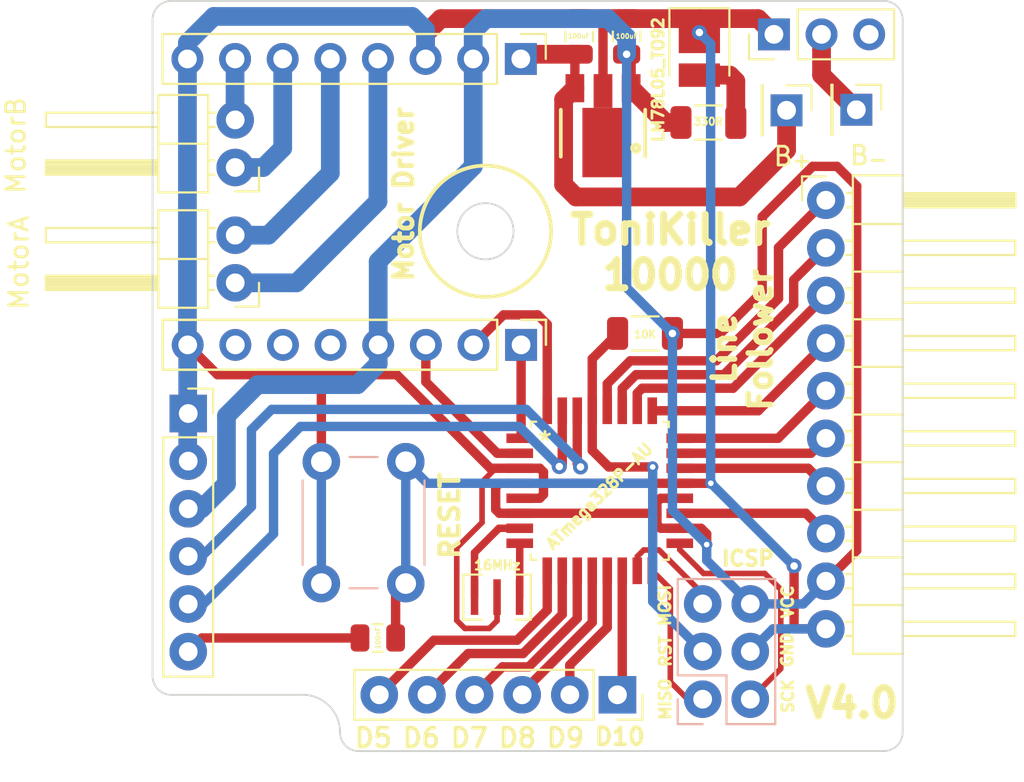
<source format=kicad_pcb>
(kicad_pcb (version 20211014) (generator pcbnew)
  (layers (0 "F.Cu" signal) (31 "B.Cu" signal) (34 "B.Paste" user) (35 "F.Paste" user) (36 "B.SilkS" user "B.Silkscreen") (37 "F.SilkS" user "F.Silkscreen") (38 "B.Mask" user) (39 "F.Mask" user) (44 "Edge.Cuts" user))
  (net 0 "")
  (net 1 "5V")
  (net 2 "Net-(U1-Pad7)")
  (net 3 "TX")
  (net 4 "RX")
  (net 5 "Net-(U1-Pad8)")
  (net 6 "Sensor6")
  (net 7 "Sensor7")
  (net 8 "SCK")
  (net 9 "MISO")
  (net 10 "MOSI")
  (net 11 "RESET")
  (net 12 "Sensor0")
  (net 13 "Sensor1")
  (net 14 "Sensor2")
  (net 15 "Sensor3")
  (net 16 "Sensor4")
  (net 17 "Sensor5")
  (net 18 "+7.5V")
  (net 19 "0V")
  (net 20 "Net-(J3-Pad1)")
  (net 21 "Net-(J3-Pad2)")
  (net 22 "Net-(J4-Pad1)")
  (net 23 "Net-(J4-Pad2)")
  (net 27 "DTR")
  (net 28 "Net-(U1-Pad9)")
  (net 29 "Net-(U1-Pad10)")
  (net 30 "Net-(U1-Pad11)")
  (net 31 "Net-(U1-Pad12)")
  (net 32 "Net-(U1-Pad13)")
  (net 33 "Net-(U1-Pad14)")
  (net 34 "PWMA")
  (net 35 "AIN2")
  (net 36 "AIN1")
  (net 37 "Net-(D1-Pad2)")
  (net 39 "Net-(J9-Pad1)")
  (footprint "Capacitor_SMD:C_0805_2012Metric" (layer "F.Cu") (at 158.31 72.49 90)
    (fp_text reference "C1" hide)
    (fp_text value "100uF" (at 0.02 -0.02) (layer "F.SilkS") (effects (font (size 0.25 0.25))))
    (pad "1" smd roundrect (at -0.95 0 90) (size 1 1.45) (layers "F.Cu" "F.Paste" "F.Mask") (net 18 "+7.5V"))
    (pad "2" smd roundrect (at 0.95 0 90) (size 1 1.45) (layers "F.Cu" "F.Paste" "F.Mask") (net 19 "0V"))
  )
  (footprint "Connector_PinHeader_2.54mm:PinHeader_1x01_P2.54mm_Vertical" (layer "F.Cu") (at 169.37 76.43 -90)
    (fp_text reference "J8" hide)
    (fp_text value "B+")
    (pad "1" thru_hole rect (at 0 0 270) (size 1.7 1.7) (drill 1) (layers F&B.Cu *.Mask) (net 18 "+7.5V"))
  )
  (footprint "LED_SMD:LED_PLCC_2835" (layer "F.Cu") (at 164.72 73.18 -90)
    (fp_text reference "D1" hide)
    (fp_text value "POW")
    (pad "1" smd rect (at -0.9 0 270) (size 2.2 2.2) (layers "F.Cu" "F.Paste" "F.Mask") (net 19 "0V"))
    (pad "2" smd rect (at 1.375 0 270) (size 1.25 2.2) (layers "F.Cu" "F.Paste" "F.Mask") (net 37 "Net-(D1-Pad2)"))
  )
  (footprint "Connector_PinHeader_2.54mm:PinHeader_1x01_P2.54mm_Vertical" (layer "F.Cu") (at 173.09 76.4 -90)
    (fp_text reference "J9" hide)
    (fp_text value "B-")
    (pad "1" thru_hole rect (at 0 0 270) (size 1.7 1.7) (drill 1) (layers *.Cu *.Mask) (net 39 "Net-(J9-Pad1)"))
  )
  (footprint "TQFP32_32A_MCH" (layer "F.Cu") (at 159.4064 96.719999)
    (fp_text reference "U1" hide)
    (fp_text value "ATmega328P-AU " (at 0.1364 0.13 45) (layer "F.SilkS") (effects (font (size 0.6 0.6))))
    (fp_text user "*" (at -2.92 -2.62) (layer "F.SilkS"))
    (pad "1" smd rect (at -4.2672 -2.799999 90) (size 0.508 1.4224) (layers "F.Cu" "F.Paste" "F.Mask") (net 34 "PWMA"))
    (pad "2" smd rect (at -4.2672 -2.000001 90) (size 0.508 1.4224) (layers "F.Cu" "F.Paste" "F.Mask") (net 36 "AIN1"))
    (pad "3" smd rect (at -4.2672 -1.2 90) (size 0.508 1.4224) (layers "F.Cu" "F.Paste" "F.Mask") (net 19 "0V"))
    (pad "4" smd rect (at -4.2672 -0.399999 90) (size 0.508 1.4224) (layers "F.Cu" "F.Paste" "F.Mask") (net 1 "5V"))
    (pad "5" smd rect (at -4.2672 0.399999 90) (size 0.508 1.4224) (layers "F.Cu" "F.Paste" "F.Mask") (net 19 "0V"))
    (pad "6" smd rect (at -4.2672 1.2 90) (size 0.508 1.4224) (layers "F.Cu" "F.Paste" "F.Mask") (net 1 "5V"))
    (pad "7" smd rect (at -4.2672 1.999999 90) (size 0.508 1.4224) (layers "F.Cu" "F.Paste" "F.Mask") (net 2 "Net-(U1-Pad7)"))
    (pad "8" smd rect (at -4.2672 2.799999 90) (size 0.508 1.4224) (layers "F.Cu" "F.Paste" "F.Mask") (net 5 "Net-(U1-Pad8)"))
    (pad "9" smd rect (at -2.799999 4.2672) (size 0.508 1.4224) (layers "F.Cu" "F.Paste" "F.Mask") (net 28 "Net-(U1-Pad9)"))
    (pad "10" smd rect (at -2.000001 4.2672) (size 0.508 1.4224) (layers "F.Cu" "F.Paste" "F.Mask") (net 29 "Net-(U1-Pad10)"))
    (pad "11" smd rect (at -1.2 4.2672) (size 0.508 1.4224) (layers "F.Cu" "F.Paste" "F.Mask") (net 30 "Net-(U1-Pad11)"))
    (pad "12" smd rect (at -0.399999 4.2672) (size 0.508 1.4224) (layers "F.Cu" "F.Paste" "F.Mask") (net 31 "Net-(U1-Pad12)"))
    (pad "13" smd rect (at 0.399999 4.2672) (size 0.508 1.4224) (layers "F.Cu" "F.Paste" "F.Mask") (net 32 "Net-(U1-Pad13)"))
    (pad "14" smd rect (at 1.2 4.2672) (size 0.508 1.4224) (layers "F.Cu" "F.Paste" "F.Mask") (net 33 "Net-(U1-Pad14)"))
    (pad "15" smd rect (at 1.999999 4.2672) (size 0.508 1.4224) (layers "F.Cu" "F.Paste" "F.Mask") (net 10 "MOSI"))
    (pad "16" smd rect (at 2.799999 4.2672) (size 0.508 1.4224) (layers "F.Cu" "F.Paste" "F.Mask") (net 9 "MISO"))
    (pad "17" smd rect (at 4.2672 2.799999 90) (size 0.508 1.4224) (layers "F.Cu" "F.Paste" "F.Mask") (net 8 "SCK"))
    (pad "18" smd rect (at 4.2672 2.000001 90) (size 0.508 1.4224) (layers "F.Cu" "F.Paste" "F.Mask") (net 1 "5V"))
    (pad "19" smd rect (at 4.2672 1.2 90) (size 0.508 1.4224) (layers "F.Cu" "F.Paste" "F.Mask") (net 6 "Sensor6"))
    (pad "20" smd rect (at 4.2672 0.399999 90) (size 0.508 1.4224) (layers "F.Cu" "F.Paste" "F.Mask") (net 1 "5V"))
    (pad "21" smd rect (at 4.2672 -0.399999 90) (size 0.508 1.4224) (layers "F.Cu" "F.Paste" "F.Mask") (net 19 "0V"))
    (pad "22" smd rect (at 4.2672 -1.2 90) (size 0.508 1.4224) (layers "F.Cu" "F.Paste" "F.Mask") (net 7 "Sensor7"))
    (pad "23" smd rect (at 4.2672 -1.999999 90) (size 0.508 1.4224) (layers "F.Cu" "F.Paste" "F.Mask") (net 12 "Sensor0"))
    (pad "24" smd rect (at 4.2672 -2.799999 90) (size 0.508 1.4224) (layers "F.Cu" "F.Paste" "F.Mask") (net 13 "Sensor1"))
    (pad "25" smd rect (at 2.799999 -4.2672) (size 0.508 1.4224) (layers "F.Cu" "F.Paste" "F.Mask") (net 14 "Sensor2"))
    (pad "26" smd rect (at 2.000001 -4.2672) (size 0.508 1.4224) (layers "F.Cu" "F.Paste" "F.Mask") (net 15 "Sensor3"))
    (pad "27" smd rect (at 1.2 -4.2672) (size 0.508 1.4224) (layers "F.Cu" "F.Paste" "F.Mask") (net 16 "Sensor4"))
    (pad "28" smd rect (at 0.399999 -4.2672) (size 0.508 1.4224) (layers "F.Cu" "F.Paste" "F.Mask") (net 17 "Sensor5"))
    (pad "29" smd rect (at -0.399999 -4.2672) (size 0.508 1.4224) (layers "F.Cu" "F.Paste" "F.Mask") (net 11 "RESET"))
    (pad "30" smd rect (at -1.2 -4.2672) (size 0.508 1.4224) (layers "F.Cu" "F.Paste" "F.Mask") (net 3 "TX"))
    (pad "31" smd rect (at -1.999999 -4.2672) (size 0.508 1.4224) (layers "F.Cu" "F.Paste" "F.Mask") (net 4 "RX"))
    (pad "32" smd rect (at -2.799999 -4.2672) (size 0.508 1.4224) (layers "F.Cu" "F.Paste" "F.Mask") (net 35 "AIN2"))
  )
  (footprint "Connector_PinHeader_2.54mm:PinHeader_1x10_P2.54mm_Horizontal" (layer "F.Cu") (at 171.465 81.225)
    (fp_text reference "J5" hide)
    (fp_text value "Conn_01x10")
    (pad "1" thru_hole oval (at 0 0) (size 2 2) (drill 1) (layers F&B.Cu *.Mask) (net 17 "Sensor5"))
    (pad "2" thru_hole oval (at 0 2.54) (size 2 2) (drill 1) (layers F&B.Cu *.Mask) (net 16 "Sensor4"))
    (pad "3" thru_hole oval (at 0 5.08) (size 2 2) (drill 1) (layers F&B.Cu *.Mask) (net 15 "Sensor3"))
    (pad "4" thru_hole oval (at 0 7.62) (size 2 2) (drill 1) (layers F&B.Cu *.Mask) (net 14 "Sensor2"))
    (pad "5" thru_hole oval (at 0 10.16) (size 2 2) (drill 1) (layers F&B.Cu *.Mask) (net 13 "Sensor1"))
    (pad "6" thru_hole oval (at 0 12.7) (size 2 2) (drill 1) (layers F&B.Cu *.Mask) (net 12 "Sensor0"))
    (pad "7" thru_hole oval (at 0 15.24) (size 2 2) (drill 1) (layers F&B.Cu *.Mask) (net 7 "Sensor7"))
    (pad "8" thru_hole oval (at 0 17.78) (size 2 2) (drill 1) (layers F&B.Cu *.Mask) (net 6 "Sensor6"))
    (pad "9" thru_hole oval (at 0 20.32) (size 2 2) (drill 1) (layers F&B.Cu *.Mask) (net 1 "5V"))
    (pad "10" thru_hole oval (at 0 22.86) (size 2 2) (drill 1) (layers F&B.Cu *.Mask) (net 19 "0V"))
  )
  (footprint "Connector_PinHeader_2.54mm:PinHeader_1x02_P2.54mm_Horizontal" (layer "F.Cu") (at 139.965 79.48 180)
    (fp_text reference "J4" hide)
    (fp_text value "MotorB" (at 11.695 1.175 90) (layer "F.SilkS"))
    (pad "1" thru_hole oval (at 0 0 180) (size 2 2) (drill 1) (layers F&B.Cu *.Mask) (net 22 "Net-(J4-Pad1)"))
    (pad "2" thru_hole oval (at 0 2.54 180) (size 2 2) (drill 1) (layers F&B.Cu *.Mask) (net 23 "Net-(J4-Pad2)"))
  )
  (footprint "Resistor_SMD:R_1206_3216Metric" (layer "F.Cu") (at 165.2 77.08 180)
    (fp_text reference "R2" hide)
    (fp_text value "330R" (at 0 0.05) (layer "F.SilkS") (effects (font (size 0.4 0.4) (thickness 0.1))))
    (pad "1" smd roundrect (at -1.4625 0 180) (size 1.125 1.75) (layers "F.Cu" "F.Paste" "F.Mask") (roundrect_rratio 0.222222) (net 37 "Net-(D1-Pad2)"))
    (pad "2" smd roundrect (at 1.4625 0 180) (size 1.125 1.75) (layers "F.Cu" "F.Paste" "F.Mask") (roundrect_rratio 0.222222) (net 1 "5V"))
  )
  (footprint "Connector_PinSocket_2.54mm:PinSocket_1x06_P2.54mm_Vertical" (layer "F.Cu") (at 137.46 92.6)
    (fp_text reference "J1" hide)
    (fp_text value "Conn_01x06_MountingPin")
    (pad "1" thru_hole rect (at 0 0) (size 2 2) (drill 1) (layers F&B.Cu *.Mask) (net 19 "0V"))
    (pad "2" thru_hole oval (at 0 2.54) (size 2 2) (drill 1) (layers F&B.Cu *.Mask) (net 19 "0V"))
    (pad "3" thru_hole oval (at 0 5.08) (size 2 2) (drill 1) (layers F&B.Cu *.Mask) (net 1 "5V"))
    (pad "4" thru_hole oval (at 0 7.62) (size 2 2) (drill 1) (layers F&B.Cu *.Mask) (net 3 "TX"))
    (pad "5" thru_hole oval (at 0 10.16) (size 2 2) (drill 1) (layers F&B.Cu *.Mask) (net 4 "RX"))
    (pad "6" thru_hole oval (at 0 12.7) (size 2 2) (drill 1) (layers F&B.Cu *.Mask) (net 27 "DTR"))
  )
  (footprint "Connector_PinHeader_2.54mm:PinHeader_1x02_P2.54mm_Horizontal" (layer "F.Cu") (at 139.965 85.63 180)
    (fp_text reference "J3" hide)
    (fp_text value "MotorA" (at 11.535 1.075 90) (layer "F.SilkS"))
    (pad "1" thru_hole oval (at 0 0 180) (size 2 2) (drill 1) (layers F&B.Cu *.Mask) (net 20 "Net-(J3-Pad1)"))
    (pad "2" thru_hole oval (at 0 2.54 180) (size 2 2) (drill 1) (layers F&B.Cu *.Mask) (net 21 "Net-(J3-Pad2)"))
  )
  (footprint "Connector_PinSocket_2.54mm:PinSocket_1x06_P2.54mm_Vertical" (layer "F.Cu") (at 160.35 107.6 -90)
    (fp_text reference "J6" hide)
    (fp_text value "Digital PINS")
    (pad "1" thru_hole rect (at 0 0 270) (size 2 2) (drill 1) (layers F&B.Cu *.Mask) (net 33 "Net-(U1-Pad14)"))
    (pad "2" thru_hole oval (at 0 2.54 270) (size 2 2) (drill 1) (layers F&B.Cu *.Mask) (net 32 "Net-(U1-Pad13)"))
    (pad "3" thru_hole oval (at 0 5.08 270) (size 2 2) (drill 1) (layers F&B.Cu *.Mask) (net 31 "Net-(U1-Pad12)"))
    (pad "4" thru_hole oval (at 0 7.62 270) (size 2 2) (drill 1) (layers F&B.Cu *.Mask) (net 30 "Net-(U1-Pad11)"))
    (pad "5" thru_hole oval (at 0 10.16 270) (size 2 2) (drill 1) (layers F&B.Cu *.Mask) (net 29 "Net-(U1-Pad10)"))
    (pad "6" thru_hole oval (at 0 12.7 270) (size 2 2) (drill 1) (layers F&B.Cu *.Mask) (net 28 "Net-(U1-Pad9)"))
  )
  (footprint "Capacitor_SMD:C_0805_2012Metric" (layer "F.Cu") (at 160.84 72.49 90)
    (fp_text reference "C2" hide)
    (fp_text value "100uF" (at 0.01 0.01) (layer "F.SilkS") (effects (font (size 0.25 0.25))))
    (pad "1" smd roundrect (at -0.95 0 90) (size 1 1.45) (layers "F.Cu" "F.Paste" "F.Mask") (net 1 "5V"))
    (pad "2" smd roundrect (at 0.95 0 90) (size 1 1.45) (layers "F.Cu" "F.Paste" "F.Mask") (net 19 "0V"))
  )
  (footprint "78L05:PK(R-PSSO-F3)" (layer "F.Cu") (at 159.58 78.9 180)
    (fp_text reference "U2" hide)
    (fp_text value "LM78L05_TO92" (at -2.94 4.1 90) (layer "F.SilkS") (effects (font (size 0.6 0.6))))
    (pad "1" smd rect (at -1.5 3.65 180) (size 1 1.5) (layers "F.Cu" "F.Paste" "F.Mask") (net 1 "5V"))
    (pad "2" smd rect (at 0 3.5 180) (size 1 1.8) (layers "F.Cu" "F.Paste" "F.Mask") (net 19 "0V"))
    (pad "2" smd rect (at 0 0.75 180) (size 2.2 3.7) (layers "F.Cu" "F.Paste" "F.Mask") (net 19 "0V"))
    (pad "3" smd rect (at 1.5 3.65 180) (size 1 1.5) (layers "F.Cu" "F.Paste" "F.Mask") (net 18 "+7.5V"))
  )
  (footprint "Connector_PinHeader_2.54mm:MotorDriver111" (layer "F.Cu") (at 148.0775 81.905 -90)
    (fp_text reference "U3" hide)
    (fp_text value "Motor Driver" (at -1.005 -0.875 90 unlocked) (layer "F.SilkS") (effects (font (thickness 0.25))))
    (pad "1" thru_hole rect (at -8.215 -7.12 270) (size 1.7 1.7) (drill 1) (layers F&B.Cu *.Mask) (net 18 "+7.5V"))
    (pad "2" thru_hole oval (at -8.215 -4.58 270) (size 1.7 1.7) (drill 1) (layers F&B.Cu *.Mask) (net 1 "5V"))
    (pad "3" thru_hole oval (at -8.215 -2.04 270) (size 1.7 1.7) (drill 1) (layers F&B.Cu *.Mask) (net 19 "0V"))
    (pad "4" thru_hole oval (at -8.215 0.5 270) (size 1.7 1.7) (drill 1) (layers F&B.Cu *.Mask) (net 20 "Net-(J3-Pad1)"))
    (pad "5" thru_hole oval (at -8.215 3.04 270) (size 1.7 1.7) (drill 1) (layers F&B.Cu *.Mask) (net 21 "Net-(J3-Pad2)"))
    (pad "6" thru_hole oval (at -8.215 5.58 270) (size 1.7 1.7) (drill 1) (layers F&B.Cu *.Mask) (net 22 "Net-(J4-Pad1)"))
    (pad "7" thru_hole oval (at -8.215 8.12 270) (size 1.7 1.7) (drill 1) (layers F&B.Cu *.Mask) (net 23 "Net-(J4-Pad2)"))
    (pad "8" thru_hole oval (at -8.215 10.66 270) (size 1.7 1.7) (drill 1) (layers F&B.Cu *.Mask) (net 19 "0V"))
    (pad "9" thru_hole oval (at 7.035 10.645 270) (size 1.7 1.7) (drill 1) (layers *.Cu *.Mask) (net 19 "0V"))
    (pad "10" thru_hole oval (at 7.035 8.105 270) (size 1.7 1.7) (drill 1) (layers *.Cu *.Mask))
    (pad "11" thru_hole oval (at 7.035 5.565 270) (size 1.7 1.7) (drill 1) (layers *.Cu *.Mask))
    (pad "12" thru_hole oval (at 7.035 3.025 270) (size 1.7 1.7) (drill 1) (layers *.Cu *.Mask))
    (pad "13" thru_hole oval (at 7.035 0.485 270) (size 1.7 1.7) (drill 1) (layers *.Cu *.Mask) (net 1 "5V"))
    (pad "14" thru_hole oval (at 7.035 -2.055 270) (size 1.7 1.7) (drill 1) (layers *.Cu *.Mask) (net 36 "AIN1"))
    (pad "15" thru_hole oval (at 7.035 -4.595 270) (size 1.7 1.7) (drill 1) (layers *.Cu *.Mask) (net 35 "AIN2"))
    (pad "16" thru_hole rect (at 7.035 -7.135 270) (size 1.7 1.7) (drill 1) (layers *.Cu *.Mask) (net 34 "PWMA"))
  )
  (footprint "Crystal:Resonator_SMD_Murata_CSTxExxV-3Pin_3.0x1.1mm" (layer "F.Cu") (at 153.93 102.39)
    (fp_text reference "Y1" hide)
    (fp_text value "16MHz" (at 0.01 -1.7 180) (layer "F.SilkS") (effects (font (size 0.5 0.5) (thickness 0.125))))
    (pad "1" smd rect (at -1.2 0) (size 0.4 1.9) (layers "F.Cu" "F.Paste" "F.Mask") (net 2 "Net-(U1-Pad7)"))
    (pad "2" smd rect (at 0 0) (size 0.4 1.9) (layers "F.Cu" "F.Paste" "F.Mask") (net 19 "0V"))
    (pad "3" smd rect (at 1.2 0) (size 0.4 1.9) (layers "F.Cu" "F.Paste" "F.Mask") (net 5 "Net-(U1-Pad8)"))
  )
  (footprint "Connector_PinHeader_2.54mm:PinHeader_1x03_P2.54mm_Vertical" (layer "F.Cu") (at 168.695 72.38 90)
    (fp_text reference "SW2" hide)
    (fp_text value "POW")
    (pad "1" thru_hole rect (at 0 0 90) (size 1.7 1.7) (drill 1) (layers *.Cu *.Mask) (net 19 "0V"))
    (pad "2" thru_hole oval (at 0 2.54 90) (size 1.7 1.7) (drill 1) (layers *.Cu *.Mask) (net 39 "Net-(J9-Pad1)"))
    (pad "3" thru_hole oval (at 0 5.08 90) (size 1.7 1.7) (drill 1) (layers *.Cu *.Mask))
  )
  (footprint "Resistor_SMD:R_1206_3216Metric" (layer "F.Cu") (at 161.82 88.33)
    (fp_text reference "R1" hide)
    (fp_text value "10K" (at 0 0.05) (layer "F.SilkS") (effects (font (size 0.4 0.4) (thickness 0.1))))
    (pad "1" smd roundrect (at -1.4625 0) (size 1.125 1.75) (layers "F.Cu" "F.Paste" "F.Mask") (roundrect_rratio 0.222222) (net 11 "RESET"))
    (pad "2" smd roundrect (at 1.4625 0) (size 1.125 1.75) (layers "F.Cu" "F.Paste" "F.Mask") (roundrect_rratio 0.222222) (net 1 "5V"))
  )
  (footprint "Capacitor_SMD:C_0805_2012Metric" (layer "F.Cu") (at 147.57 104.57)
    (fp_text reference "C3" hide)
    (fp_text value "100nF" (at 0.01 0.01 90) (layer "F.SilkS") (effects (font (size 0.25 0.25))))
    (pad "1" smd roundrect (at -0.95 0) (size 1 1.45) (layers "F.Cu" "F.Paste" "F.Mask") (net 27 "DTR"))
    (pad "2" smd roundrect (at 0.95 0) (size 1 1.45) (layers "F.Cu" "F.Paste" "F.Mask") (net 11 "RESET"))
  )
  (footprint "Connector_PinHeader_2.54mm:PinHeader_2x03_P2.54mm_Vertical" (layer "B.Cu") (at 164.895 107.835)
    (fp_text reference "J2" hide)
    (fp_text value "ICSP" (at 2.415 -7.505) (layer "F.SilkS") (effects (font (size 0.8 0.8) (thickness 0.2))))
    (pad "1" thru_hole oval (at 0 0) (size 2 2) (drill 1) (layers F&B.Cu *.Mask) (net 9 "MISO"))
    (pad "2" thru_hole oval (at 2.54 0) (size 2 2) (drill 1) (layers F&B.Cu *.Mask) (net 8 "SCK"))
    (pad "3" thru_hole oval (at 0 -2.54) (size 2 2) (drill 1) (layers F&B.Cu *.Mask) (net 11 "RESET"))
    (pad "4" thru_hole oval (at 2.54 -2.54) (size 2 2) (drill 1) (layers F&B.Cu *.Mask) (net 19 "0V"))
    (pad "5" thru_hole oval (at 0 -5.08) (size 2 2) (drill 1) (layers F&B.Cu *.Mask) (net 10 "MOSI"))
    (pad "6" thru_hole oval (at 2.54 -5.08) (size 2 2) (drill 1) (layers F&B.Cu *.Mask) (net 1 "5V"))
  )
  (footprint "Button_Switch_THT:SW_PUSH_6mm" (layer "B.Cu") (at 144.56 95.17 -90)
    (fp_text reference "SW1" hide)
    (fp_text value "RESET" (at 2.88 -6.85 90) (layer "F.SilkS") (effects (font (thickness 0.25))))
    (pad "1" thru_hole circle (at 6.5 0 180) (size 2 2) (drill 1.1) (layers *.Cu *.Mask) (net 19 "0V"))
    (pad "1" thru_hole circle (at 0 0 180) (size 2 2) (drill 1.1) (layers *.Cu *.Mask) (net 19 "0V"))
    (pad "2" thru_hole circle (at 0 -4.5 180) (size 2 2) (drill 1.1) (layers *.Cu *.Mask) (net 11 "RESET"))
    (pad "2" thru_hole circle (at 6.5 -4.5 180) (size 2 2) (drill 1.1) (layers *.Cu *.Mask) (net 11 "RESET"))
  )
  (gr_circle (center 153.31 82.88) (end 156.81 82.88) (layer "F.SilkS") (width 0.2) (fill none))
  (gr_arc (start 146.557107 110.602893) (mid 145.85 110.31) (end 145.557107 109.602893) (layer "Edge.Cuts") (width 0.1))
  (gr_line (start 174.562893 70.597107) (end 136.557107 70.597107) (layer "Edge.Cuts") (width 0.1))
  (gr_arc (start 175.56 109.6) (mid 175.267107 110.307107) (end 174.56 110.6) (layer "Edge.Cuts") (width 0.1))
  (gr_line (start 146.557107 110.602893) (end 174.56 110.6) (layer "Edge.Cuts") (width 0.1))
  (gr_line (start 175.56 109.6) (end 175.562893 71.597107) (layer "Edge.Cuts") (width 0.1))
  (gr_arc (start 143.557105 107.6) (mid 144.971495 108.187655) (end 145.557107 109.602893) (layer "Edge.Cuts") (width 0.1))
  (gr_circle (center 153.31 82.88) (end 154.81 82.88) (layer "Edge.Cuts") (width 0.1) (fill none))
  (gr_line (start 136.557107 107.602893) (end 143.557105 107.6) (layer "Edge.Cuts") (width 0.1))
  (gr_arc (start 136.557107 107.602893) (mid 135.85 107.31) (end 135.557107 106.602893) (layer "Edge.Cuts") (width 0.1))
  (gr_arc (start 135.557107 71.597107) (mid 135.85 70.89) (end 136.557107 70.597107) (layer "Edge.Cuts") (width 0.1))
  (gr_line (start 135.557107 71.597107) (end 135.557107 106.602893) (layer "Edge.Cuts") (width 0.1))
  (gr_arc (start 174.562893 70.597107) (mid 175.27 70.89) (end 175.562893 71.597107) (layer "Edge.Cuts") (width 0.1))
  (gr_text "B_{-}" (at 173.75 78.84) (layer "F.SilkS") (effects (font (size 1 1))))
  (gr_text "ToniKiller\n10000\n" (at 163.17 84.01) (layer "F.SilkS") (effects (font (size 1.5 1.5) (thickness 0.375))))
  (gr_text "MISO\n" (at 162.9 107.83 90) (layer "F.SilkS") (effects (font (size 0.6 0.6))))
  (gr_text "RST" (at 162.91 105.28 90) (layer "F.SilkS") (effects (font (size 0.6 0.6))))
  (gr_text "V4.0" (at 172.85 108.05) (layer "F.SilkS") (effects (font (size 1.5 1.5) (thickness 0.375))))
  (gr_text "SCK" (at 169.44 107.67 90) (layer "F.SilkS") (effects (font (size 0.6 0.6))))
  (gr_text "D8" (at 155.018427 109.903) (layer "F.SilkS") (effects (font (size 1 1) (thickness 0.2))))
  (gr_text "D6" (at 149.892809 109.903) (layer "F.SilkS") (effects (font (size 1 1) (thickness 0.2))))
  (gr_text "B_{+}" (at 169.68 78.89) (layer "F.SilkS") (effects (font (size 1 1))))
  (gr_text "Line \nFollower" (at 167.02 88.66 90) (layer "F.SilkS") (effects (font (size 1.2 1.2) (thickness 0.3))))
  (gr_text "MOSI\n" (at 162.88 102.83 90) (layer "F.SilkS") (effects (font (size 0.6 0.6))))
  (gr_text "D9\n" (at 157.581236 109.903) (layer "F.SilkS") (effects (font (size 1 1) (thickness 0.2))))
  (gr_text "D10" (at 160.48 109.83) (layer "F.SilkS") (effects (font (size 0.9 0.9) (thickness 0.21))))
  (gr_text "GND" (at 169.41 105.2 90) (layer "F.SilkS") (effects (font (size 0.6 0.6))))
  (gr_text "D5" (at 147.33 109.903) (layer "F.SilkS") (effects (font (size 1 1) (thickness 0.2))))
  (gr_text "VCC" (at 169.43 102.64 90) (layer "F.SilkS") (effects (font (size 0.6 0.6))))
  (gr_text "D7\n" (at 152.455618 109.903) (layer "F.SilkS") (effects (font (size 1 1) (thickness 0.2))))
  (segment (start 173.11 80.47) (end 172.06 79.42) (width 0.5) (layer "F.Cu") (net 1))
  (segment (start 173.11 99.9) (end 173.11 80.47) (width 0.5) (layer "F.Cu") (net 1))
  (segment (start 155.1392 97.919999) (end 162.4064 97.919999) (width 0.5) (layer "F.Cu") (net 1))
  (segment (start 154.056399 96.32) (end 155.1236 96.32) (width 0.5) (layer "F.Cu") (net 1))
  (segment (start 162.4564 98.519999) (end 162.4564 97.969999) (width 0.5) (layer "F.Cu") (net 1))
  (segment (start 161.08 75.25) (end 161.08 73.68) (width 0.5) (layer "F.Cu") (net 1))
  (segment (start 162.4064 97.919999) (end 162.4564 97.969999) (width 0.5) (layer "F.Cu") (net 1))
  (segment (start 155.1236 97.919999) (end 154.0564 97.919999) (width 0.5) (layer "F.Cu") (net 1))
  (segment (start 163.7236 98.719999) (end 162.6564 98.719999) (width 0.5) (layer "F.Cu") (net 1))
  (segment (start 153.8564 97.719999) (end 153.8564 96.519999) (width 0.5) (layer "F.Cu") (net 1))
  (segment (start 162.91 77.08) (end 161.08 75.25) (width 1) (layer "F.Cu") (net 1))
  (segment (start 172.06 79.42) (end 170.76 79.42) (width 0.5) (layer "F.Cu") (net 1))
  (segment (start 170.76 79.42) (end 168.07 82.11) (width 0.5) (layer "F.Cu") (net 1))
  (segment (start 171.465 101.545) (end 173.11 99.9) (width 0.5) (layer "F.Cu") (net 1))
  (segment (start 163.7375 77.08) (end 162.91 77.08) (width 1) (layer "F.Cu") (net 1))
  (segment (start 162.656399 97.12) (end 163.7236 97.12) (width 0.5) (layer "F.Cu") (net 1))
  (segment (start 163.6736 98.72) (end 164.81 98.72) (width 0.5) (layer "F.Cu") (net 1))
  (segment (start 153.8564 96.519999) (end 154.056399 96.32) (width 0.5) (layer "F.Cu") (net 1))
  (segment (start 154.0564 97.919999) (end 153.8564 97.719999) (width 0.5) (layer "F.Cu") (net 1))
  (segment (start 168.07 86.1) (end 165.84 88.33) (width 0.5) (layer "F.Cu") (net 1))
  (segment (start 162.4564 97.319999) (end 162.656399 97.12) (width 0.5) (layer "F.Cu") (net 1))
  (segment (start 162.4564 97.969999) (end 162.4564 97.319999) (width 0.5) (layer "F.Cu") (net 1))
  (segment (start 162.6564 98.719999) (end 162.4564 98.519999) (width 0.5) (layer "F.Cu") (net 1))
  (segment (start 164.81 98.72) (end 165.11 99.02) (width 0.5) (layer "F.Cu") (net 1))
  (segment (start 165.11 99.02) (end 165.11 99.59) (width 0.5) (layer "F.Cu") (net 1))
  (segment (start 168.07 82.11) (end 168.07 86.1) (width 0.5) (layer "F.Cu") (net 1))
  (segment (start 161.08 73.68) (end 160.84 73.44) (width 0.5) (layer "F.Cu") (net 1))
  (segment (start 165.84 88.33) (end 163.2825 88.33) (width 0.5) (layer "F.Cu") (net 1))
  (via (at 160.84 73.44) (size 0.8) (drill 0.4) (layers "F.Cu" "B.Cu") (net 1))
  (via (at 165.11 99.59) (size 0.6) (drill 0.3) (layers "F.Cu" "B.Cu") (net 1))
  (via (at 163.2825 88.33) (size 0.8) (drill 0.4) (layers "F.Cu" "B.Cu") (net 1))
  (segment (start 160.84 85.8875) (end 163.2825 88.33) (width 0.5) (layer "B.Cu") (net 1))
  (segment (start 139.5 92.72) (end 141.16 91.06) (width 1) (layer "B.Cu") (net 1))
  (segment (start 139.5 96.35) (end 139.5 92.72) (width 1) (layer "B.Cu") (net 1))
  (segment (start 152.6575 79.4225) (end 147.5925 84.4875) (width 1) (layer "B.Cu") (net 1))
  (segment (start 165.11 99.59) (end 165.11 100.43) (width 0.5) (layer "B.Cu") (net 1))
  (segment (start 163.2825 97.7625) (end 163.2825 88.33) (width 0.5) (layer "B.Cu") (net 1))
  (segment (start 153.34 71.54) (end 159.84 71.54) (width 1) (layer "B.Cu") (net 1))
  (segment (start 167.435 102.755) (end 170.255 102.755) (width 0.5) (layer "B.Cu") (net 1))
  (segment (start 152.6575 72.2225) (end 153.34 71.54) (width 1) (layer "B.Cu") (net 1))
  (segment (start 147.5925 84.4875) (end 147.5925 88.94) (width 1) (layer "B.Cu") (net 1))
  (segment (start 147.5925 89.9575) (end 147.5925 88.94) (width 1) (layer "B.Cu") (net 1))
  (segment (start 165.11 100.43) (end 167.435 102.755) (width 0.5) (layer "B.Cu") (net 1))
  (segment (start 165.11 99.59) (end 163.2825 97.7625) (width 0.5) (layer "B.Cu") (net 1))
  (segment (start 138.17 97.68) (end 139.5 96.35) (width 1) (layer "B.Cu") (net 1))
  (segment (start 160.84 72.54) (end 160.84 73.44) (width 1) (layer "B.Cu") (net 1))
  (segment (start 170.255 102.755) (end 171.465 101.545) (width 0.5) (layer "B.Cu") (net 1))
  (segment (start 159.84 71.54) (end 160.84 72.54) (width 1) (layer "B.Cu") (net 1))
  (segment (start 137.46 97.68) (end 138.17 97.68) (width 1) (layer "B.Cu") (net 1))
  (segment (start 152.6575 73.69) (end 152.6575 72.2225) (width 1) (layer "B.Cu") (net 1))
  (segment (start 141.16 91.06) (end 146.49 91.06) (width 1) (layer "B.Cu") (net 1))
  (segment (start 160.84 73.44) (end 160.84 85.8875) (width 0.5) (layer "B.Cu") (net 1))
  (segment (start 152.6575 73.69) (end 152.6575 79.4225) (width 1) (layer "B.Cu") (net 1))
  (segment (start 146.49 91.06) (end 147.5925 89.9575) (width 1) (layer "B.Cu") (net 1))
  (segment (start 154.030002 98.719998) (end 155.1392 98.719998) (width 0.4) (layer "F.Cu") (net 2))
  (segment (start 152.73 102.39) (end 152.73 100.02) (width 0.4) (layer "F.Cu") (net 2))
  (segment (start 152.73 100.02) (end 154.030002 98.719998) (width 0.4) (layer "F.Cu") (net 2))
  (segment (start 158.2064 95.2764) (end 158.38 95.45) (width 0.5) (layer "F.Cu") (net 3))
  (segment (start 158.2064 92.452799) (end 158.2064 95.2764) (width 0.5) (layer "F.Cu") (net 3))
  (via (at 158.38 95.45) (size 0.8) (drill 0.4) (layers "F.Cu" "B.Cu") (net 3))
  (segment (start 140.83 93.46) (end 141.91 92.38) (width 0.5) (layer "B.Cu") (net 3))
  (segment (start 155.49 92.38) (end 158.38 95.27) (width 0.5) (layer "B.Cu") (net 3))
  (segment (start 158.38 95.27) (end 158.38 95.45) (width 0.5) (layer "B.Cu") (net 3))
  (segment (start 137.46 100.22) (end 138.18 100.22) (width 0.5) (layer "B.Cu") (net 3))
  (segment (start 140.83 97.57) (end 140.83 93.46) (width 0.5) (layer "B.Cu") (net 3))
  (segment (start 141.91 92.38) (end 155.49 92.38) (width 0.5) (layer "B.Cu") (net 3))
  (segment (start 138.18 100.22) (end 140.83 97.57) (width 0.5) (layer "B.Cu") (net 3))
  (segment (start 157.406401 95.273599) (end 157.25 95.43) (width 0.5) (layer "F.Cu") (net 4))
  (segment (start 157.406401 92.452799) (end 157.406401 95.273599) (width 0.5) (layer "F.Cu") (net 4))
  (via (at 157.25 95.43) (size 0.8) (drill 0.4) (layers "F.Cu" "B.Cu") (net 4))
  (segment (start 137.46 102.76) (end 138.27 102.76) (width 0.5) (layer "B.Cu") (net 4))
  (segment (start 143.45 93.29) (end 155.11 93.29) (width 0.5) (layer "B.Cu") (net 4))
  (segment (start 142.01 99.02) (end 142.01 94.73) (width 0.5) (layer "B.Cu") (net 4))
  (segment (start 155.11 93.29) (end 157.25 95.43) (width 0.5) (layer "B.Cu") (net 4))
  (segment (start 142.01 94.73) (end 143.45 93.29) (width 0.5) (layer "B.Cu") (net 4))
  (segment (start 138.27 102.76) (end 142.01 99.02) (width 0.5) (layer "B.Cu") (net 4))
  (segment (start 155.1392 102.3808) (end 155.1392 99.519998) (width 0.4) (layer "F.Cu") (net 5))
  (segment (start 163.6736 97.919999) (end 170.399999 97.919999) (width 0.5) (layer "F.Cu") (net 6))
  (segment (start 170.399999 97.919999) (end 171.465 98.985) (width 0.5) (layer "F.Cu") (net 6))
  (segment (start 171.465 98.985) (end 171.465 99.005) (width 0.5) (layer "F.Cu") (net 6))
  (segment (start 163.6736 95.519999) (end 170.519999 95.519999) (width 0.5) (layer "F.Cu") (net 7))
  (segment (start 170.519999 95.519999) (end 171.465 96.465) (width 0.5) (layer "F.Cu") (net 7))
  (segment (start 163.6736 99.519998) (end 163.6736 99.8636) (width 0.3) (layer "F.Cu") (net 8))
  (segment (start 169.06 106.21) (end 167.435 107.835) (width 0.3) (layer "F.Cu") (net 8))
  (segment (start 164.94 101.13) (end 168.21 101.13) (width 0.3) (layer "F.Cu") (net 8))
  (segment (start 169.06 101.98) (end 169.06 106.21) (width 0.3) (layer "F.Cu") (net 8))
  (segment (start 163.6736 99.8636) (end 164.94 101.13) (width 0.3) (layer "F.Cu") (net 8))
  (segment (start 168.21 101.13) (end 169.06 101.98) (width 0.3) (layer "F.Cu") (net 8))
  (segment (start 163.17 106.91) (end 164.095 107.835) (width 0.3) (layer "F.Cu") (net 9))
  (segment (start 164.095 107.835) (end 164.895 107.835) (width 0.3) (layer "F.Cu") (net 9))
  (segment (start 162.206399 100.987199) (end 163.17 101.9508) (width 0.3) (layer "F.Cu") (net 9))
  (segment (start 163.17 101.9508) (end 163.17 106.91) (width 0.3) (layer "F.Cu") (net 9))
  (segment (start 161.406399 100.987199) (end 161.406399 100.223601) (width 0.3) (layer "F.Cu") (net 10))
  (segment (start 164.895 102.205) (end 164.895 102.755) (width 0.3) (layer "F.Cu") (net 10))
  (segment (start 162.57 99.88) (end 164.895 102.205) (width 0.3) (layer "F.Cu") (net 10))
  (segment (start 161.406399 100.223601) (end 161.75 99.88) (width 0.3) (layer "F.Cu") (net 10))
  (segment (start 161.75 99.88) (end 162.57 99.88) (width 0.3) (layer "F.Cu") (net 10))
  (segment (start 159.006401 92.452799) (end 159.006401 89.681099) (width 0.5) (layer "F.Cu") (net 11))
  (segment (start 159.006401 94.566401) (end 159.89 95.45) (width 0.5) (layer "F.Cu") (net 11))
  (segment (start 159.006401 89.681099) (end 160.3575 88.33) (width 0.5) (layer "F.Cu") (net 11))
  (segment (start 148.52 104.57) (end 148.52 102.21) (width 0.5) (layer "F.Cu") (net 11))
  (segment (start 159.006401 92.452799) (end 159.006401 94.566401) (width 0.5) (layer "F.Cu") (net 11))
  (segment (start 159.89 95.45) (end 162.23 95.45) (width 0.5) (layer "F.Cu") (net 11))
  (segment (start 148.52 102.21) (end 149.06 101.67) (width 0.5) (layer "F.Cu") (net 11))
  (via (at 162.23 95.45) (size 0.6) (drill 0.3) (layers "F.Cu" "B.Cu") (net 11))
  (segment (start 150.21 96.32) (end 149.06 95.17) (width 0.5) (layer "B.Cu") (net 11))
  (segment (start 162.23 102.63) (end 164.895 105.295) (width 0.5) (layer "B.Cu") (net 11))
  (segment (start 162.2 96.32) (end 150.21 96.32) (width 0.5) (layer "B.Cu") (net 11))
  (segment (start 149.06 95.17) (end 149.06 101.67) (width 0.5) (layer "B.Cu") (net 11))
  (segment (start 162.23 96.29) (end 162.2 96.32) (width 0.5) (layer "B.Cu") (net 11))
  (segment (start 162.23 95.45) (end 162.23 96.29) (width 0.5) (layer "B.Cu") (net 11))
  (segment (start 162.23 96.29) (end 162.23 102.63) (width 0.5) (layer "B.Cu") (net 11))
  (segment (start 163.6736 94.72) (end 170.67 94.72) (width 0.5) (layer "F.Cu") (net 12))
  (segment (start 170.67 94.72) (end 171.465 93.925) (width 0.5) (layer "F.Cu") (net 12))
  (segment (start 171.455 91.385) (end 171.465 91.385) (width 0.5) (layer "F.Cu") (net 13))
  (segment (start 163.6736 93.92) (end 168.92 93.92) (width 0.5) (layer "F.Cu") (net 13))
  (segment (start 168.92 93.92) (end 171.455 91.385) (width 0.5) (layer "F.Cu") (net 13))
  (segment (start 167.857201 92.452799) (end 171.465 88.845) (width 0.5) (layer "F.Cu") (net 14))
  (segment (start 162.206399 92.452799) (end 167.857201 92.452799) (width 0.5) (layer "F.Cu") (net 14))
  (segment (start 161.67 91.25) (end 166.52 91.25) (width 0.5) (layer "F.Cu") (net 15))
  (segment (start 166.52 91.25) (end 171.465 86.305) (width 0.5) (layer "F.Cu") (net 15))
  (segment (start 161.406401 92.452799) (end 161.406401 91.513599) (width 0.5) (layer "F.Cu") (net 15))
  (segment (start 161.406401 91.513599) (end 161.67 91.25) (width 0.5) (layer "F.Cu") (net 15))
  (segment (start 169.75 85.48) (end 171.465 83.765) (width 0.5) (layer "F.Cu") (net 16))
  (segment (start 160.6064 92.452799) (end 160.6064 91.2636) (width 0.5) (layer "F.Cu") (net 16))
  (segment (start 169.75 86.8) (end 169.75 85.48) (width 0.5) (layer "F.Cu") (net 16))
  (segment (start 166.02 90.53) (end 169.75 86.8) (width 0.5) (layer "F.Cu") (net 16))
  (segment (start 161.34 90.53) (end 166.02 90.53) (width 0.5) (layer "F.Cu") (net 16))
  (segment (start 160.6064 91.2636) (end 161.34 90.53) (width 0.5) (layer "F.Cu") (net 16))
  (segment (start 159.806399 91.013601) (end 161.03 89.79) (width 0.5) (layer "F.Cu") (net 17))
  (segment (start 168.94 86.47) (end 168.94 83.75) (width 0.5) (layer "F.Cu") (net 17))
  (segment (start 165.62 89.79) (end 168.94 86.47) (width 0.5) (layer "F.Cu") (net 17))
  (segment (start 161.03 89.79) (end 165.62 89.79) (width 0.5) (layer "F.Cu") (net 17))
  (segment (start 159.806399 92.452799) (end 159.806399 91.013601) (width 0.5) (layer "F.Cu") (net 17))
  (segment (start 168.94 83.75) (end 171.465 81.225) (width 0.5) (layer "F.Cu") (net 17))
  (segment (start 166.86 81.05) (end 169.37 78.54) (width 1) (layer "F.Cu") (net 18))
  (segment (start 155.4475 73.44) (end 155.1975 73.69) (width 1) (layer "F.Cu") (net 18))
  (segment (start 158.08 73.67) (end 158.31 73.44) (width 0.5) (layer "F.Cu") (net 18))
  (segment (start 158.08 75.25) (end 157.48 75.85) (width 1) (layer "F.Cu") (net 18))
  (segment (start 158.14 81.05) (end 166.86 81.05) (width 1) (layer "F.Cu") (net 18))
  (segment (start 157.48 75.85) (end 157.48 80.39) (width 1) (layer "F.Cu") (net 18))
  (segment (start 157.48 80.39) (end 158.14 81.05) (width 1) (layer "F.Cu") (net 18))
  (segment (start 158.08 75.25) (end 158.08 73.67) (width 0.5) (layer "F.Cu") (net 18))
  (segment (start 158.31 73.44) (end 155.4475 73.44) (width 1) (layer "F.Cu") (net 18))
  (segment (start 169.37 78.54) (end 169.37 76.43) (width 1) (layer "F.Cu") (net 18))
  (segment (start 144.56 90.62) (end 144.65 90.53) (width 0.5) (layer "F.Cu") (net 19))
  (segment (start 156.4064 95.719999) (end 156.4064 96.319999) (width 0.5) (layer "F.Cu") (net 19))
  (segment (start 160.84 71.54) (end 158.31 71.54) (width 1) (layer "F.Cu") (net 19))
  (segment (start 139.0225 90.53) (end 144.65 90.53) (width 0.5) (layer "F.Cu") (net 19))
  (segment (start 153.93 102.39) (end 153.93 103.65) (width 0.3) (layer "F.Cu") (net 19))
  (segment (start 150.93 71.54) (end 158.31 71.54) (width 1) (layer "F.Cu") (net 19))
  (segment (start 156.2064 95.519999) (end 156.4064 95.719999) (width 0.5) (layer "F.Cu") (net 19))
  (segment (start 160.84 71.54) (end 164.72 71.54) (width 1) (layer "F.Cu") (net 19))
  (segment (start 150.1175 73.69) (end 150.1175 72.3525) (width 1) (layer "F.Cu") (net 19))
  (segment (start 151.78 103.63) (end 151.78 99.76) (width 0.3) (layer "F.Cu") (net 19))
  (segment (start 155.1392 95.519999) (end 156.2064 95.519999) (width 0.5) (layer "F.Cu") (net 19))
  (segment (start 163.6736 96.32) (end 165.33 96.32) (width 0.5) (layer "F.Cu") (net 19))
  (segment (start 156.4064 96.319999) (end 156.4064 96.919999) (width 0.5) (layer "F.Cu") (net 19))
  (segment (start 144.56 95.17) (end 144.56 90.62) (width 0.5) (layer "F.Cu") (net 19))
  (segment (start 167.855 71.54) (end 168.695 72.38) (width 1) (layer "F.Cu") (net 19))
  (segment (start 137.4325 88.94) (end 139.0225 90.53) (width 0.5) (layer "F.Cu") (net 19))
  (segment (start 153.569999 95.519999) (end 155.1392 95.519999) (width 0.5) (layer "F.Cu") (net 19))
  (segment (start 153.93 103.65) (end 153.52 104.06) (width 0.3) (layer "F.Cu") (net 19))
  (segment (start 153.13 98.41) (end 153.13 96.25) (width 0.3) (layer "F.Cu") (net 19))
  (segment (start 163.6736 96.32) (end 156.4064 96.319999) (width 0.5) (layer "F.Cu") (net 19))
  (segment (start 164.72 72.28) (end 164.72 71.54) (width 1) (layer "F.Cu") (net 19))
  (segment (start 150.1175 72.3525) (end 150.93 71.54) (width 1) (layer "F.Cu") (net 19))
  (segment (start 169.77 100.73) (end 169.77 104.085) (width 0.5) (layer "F.Cu") (net 19))
  (segment (start 164.72 71.54) (end 167.855 71.54) (width 1) (layer "F.Cu") (net 19))
  (segment (start 156.4064 96.919999) (end 156.206401 97.119998) (width 0.5) (layer "F.Cu") (net 19))
  (segment (start 153.13 96.25) (end 153.860001 95.519999) (width 0.3) (layer "F.Cu") (net 19))
  (segment (start 159.58 75.4) (end 159.58 71.54) (width 0.5) (layer "F.Cu") (net 19))
  (segment (start 153.52 104.06) (end 152.21 104.06) (width 0.3) (layer "F.Cu") (net 19))
  (segment (start 148.58 90.53) (end 153.569999 95.519999) (width 0.5) (layer "F.Cu") (net 19))
  (segment (start 169.77 104.085) (end 171.465 104.085) (width 0.5) (layer "F.Cu") (net 19))
  (segment (start 156.206401 97.119998) (end 155.1392 97.119998) (width 0.5) (layer "F.Cu") (net 19))
  (segment (start 144.65 90.53) (end 148.58 90.53) (width 0.5) (layer "F.Cu") (net 19))
  (segment (start 153.860001 95.519999) (end 155.1392 95.519999) (width 0.3) (layer "F.Cu") (net 19))
  (segment (start 152.21 104.06) (end 151.78 103.63) (width 0.3) (layer "F.Cu") (net 19))
  (segment (start 151.78 99.76) (end 153.13 98.41) (width 0.3) (layer "F.Cu") (net 19))
  (via (at 165.33 96.32) (size 0.6) (drill 0.3) (layers "F.Cu" "B.Cu") (net 19))
  (via (at 169.77 100.73) (size 0.8) (drill 0.4) (layers "F.Cu" "B.Cu") (net 19))
  (via (at 164.72 72.28) (size 0.8) (drill 0.4) (layers "F.Cu" "B.Cu") (net 19))
  (segment (start 167.435 105.295) (end 168.645 104.085) (width 0.5) (layer "B.Cu") (net 19))
  (segment (start 164.72 72.28) (end 165.32 72.88) (width 0.5) (layer "B.Cu") (net 19))
  (segment (start 137.4325 88.94) (end 137.4325 95.1125) (width 1) (layer "B.Cu") (net 19))
  (segment (start 137.4175 73.69) (end 137.4175 88.925) (width 1) (layer "B.Cu") (net 19))
  (segment (start 137.4175 72.8275) (end 138.82 71.425) (width 1) (layer "B.Cu") (net 19))
  (segment (start 137.4325 95.1125) (end 137.46 95.14) (width 1) (layer "B.Cu") (net 19))
  (segment (start 138.82 71.425) (end 149.41 71.425) (width 1) (layer "B.Cu") (net 19))
  (segment (start 165.32 96.31) (end 165.33 96.32) (width 0.5) (layer "B.Cu") (net 19))
  (segment (start 149.41 71.425) (end 150.1175 72.1325) (width 1) (layer "B.Cu") (net 19))
  (segment (start 144.56 101.67) (end 144.56 95.17) (width 0.5) (layer "B.Cu") (net 19))
  (segment (start 150.1175 72.1325) (end 150.1175 73.69) (width 1) (layer "B.Cu") (net 19))
  (segment (start 137.4175 73.69) (end 137.4175 72.8275) (width 1) (layer "B.Cu") (net 19))
  (segment (start 169.77 100.73) (end 169.75 100.73) (width 0.5) (layer "B.Cu") (net 19))
  (segment (start 165.32 72.88) (end 165.32 96.31) (width 0.5) (layer "B.Cu") (net 19))
  (segment (start 169.75 100.73) (end 165.34 96.32) (width 0.5) (layer "B.Cu") (net 19))
  (segment (start 137.4175 88.925) (end 137.4325 88.94) (width 1) (layer "B.Cu") (net 19))
  (segment (start 168.645 104.085) (end 171.465 104.085) (width 0.5) (layer "B.Cu") (net 19))
  (segment (start 143.24 85.63) (end 139.965 85.63) (width 1) (layer "B.Cu") (net 20))
  (segment (start 147.5775 81.2925) (end 143.24 85.63) (width 1) (layer "B.Cu") (net 20))
  (segment (start 147.5775 73.69) (end 147.5775 81.2925) (width 1) (layer "B.Cu") (net 20))
  (segment (start 145.0375 79.7825) (end 141.73 83.09) (width 1) (layer "B.Cu") (net 21))
  (segment (start 145.0375 73.69) (end 145.0375 79.7825) (width 1) (layer "B.Cu") (net 21))
  (segment (start 141.73 83.09) (end 139.965 83.09) (width 1) (layer "B.Cu") (net 21))
  (segment (start 141.465 79.48) (end 139.965 79.48) (width 1) (layer "B.Cu") (net 22))
  (segment (start 142.4975 78.4475) (end 141.465 79.48) (width 1) (layer "B.Cu") (net 22))
  (segment (start 142.4975 73.69) (end 142.4975 78.4475) (width 1) (layer "B.Cu") (net 22))
  (segment (start 139.9575 73.69) (end 139.9575 76.9325) (width 1) (layer "B.Cu") (net 23))
  (segment (start 139.9575 76.9325) (end 139.965 76.94) (width 1) (layer "B.Cu") (net 23))
  (segment (start 146.62 104.57) (end 138.19 104.57) (width 0.5) (layer "F.Cu") (net 27))
  (segment (start 138.19 104.57) (end 137.46 105.3) (width 0.5) (layer "F.Cu") (net 27))
  (segment (start 156.606401 100.987199) (end 156.606401 103.083599) (width 0.5) (layer "F.Cu") (net 28))
  (segment (start 155 104.69) (end 150.56 104.69) (width 0.5) (layer "F.Cu") (net 28))
  (segment (start 150.56 104.69) (end 147.65 107.6) (width 0.5) (layer "F.Cu") (net 28))
  (segment (start 156.606401 103.083599) (end 155 104.69) (width 0.5) (layer "F.Cu") (net 28))
  (segment (start 155.32 105.4) (end 152.39 105.4) (width 0.5) (layer "F.Cu") (net 29))
  (segment (start 152.39 105.4) (end 150.19 107.6) (width 0.5) (layer "F.Cu") (net 29))
  (segment (start 157.406399 103.313601) (end 155.32 105.4) (width 0.5) (layer "F.Cu") (net 29))
  (segment (start 157.406399 100.987199) (end 157.406399 103.313601) (width 0.5) (layer "F.Cu") (net 29))
  (segment (start 155.62 106.11) (end 154.22 106.11) (width 0.5) (layer "F.Cu") (net 30))
  (segment (start 158.2064 103.5236) (end 155.62 106.11) (width 0.5) (layer "F.Cu") (net 30))
  (segment (start 154.22 106.11) (end 152.73 107.6) (width 0.5) (layer "F.Cu") (net 30))
  (segment (start 158.2064 100.987199) (end 158.2064 103.5236) (width 0.5) (layer "F.Cu") (net 30))
  (segment (start 159.006401 100.987199) (end 159.006401 103.743599) (width 0.5) (layer "F.Cu") (net 31))
  (segment (start 155.27 107.48) (end 155.27 107.6) (width 0.5) (layer "F.Cu") (net 31))
  (segment (start 159.006401 103.743599) (end 155.27 107.48) (width 0.5) (layer "F.Cu") (net 31))
  (segment (start 157.81 106.01) (end 157.81 107.6) (width 0.5) (layer "F.Cu") (net 32))
  (segment (start 159.806399 104.013601) (end 157.81 106.01) (width 0.5) (layer "F.Cu") (net 32))
  (segment (start 159.806399 100.987199) (end 159.806399 104.013601) (width 0.5) (layer "F.Cu") (net 32))
  (segment (start 160.6064 107.3436) (end 160.35 107.6) (width 0.5) (layer "F.Cu") (net 33))
  (segment (start 160.6064 100.987199) (end 160.6064 107.3436) (width 0.5) (layer "F.Cu") (net 33))
  (segment (start 155.2125 93.8467) (end 155.2125 88.94) (width 0.5) (layer "F.Cu") (net 34))
  (segment (start 155.1392 93.92) (end 155.2125 93.8467) (width 0.5) (layer "F.Cu") (net 34))
  (segment (start 156.606401 87.846401) (end 156.1 87.34) (width 0.5) (layer "F.Cu") (net 35))
  (segment (start 156.1 87.34) (end 154.2725 87.34) (width 0.5) (layer "F.Cu") (net 35))
  (segment (start 156.606401 92.452799) (end 156.606401 87.846401) (width 0.5) (layer "F.Cu") (net 35))
  (segment (start 154.2725 87.34) (end 152.6725 88.94) (width 0.5) (layer "F.Cu") (net 35))
  (segment (start 150.1325 90.9125) (end 150.1325 88.94) (width 0.5) (layer "F.Cu") (net 36))
  (segment (start 153.939998 94.719998) (end 150.1325 90.9125) (width 0.5) (layer "F.Cu") (net 36))
  (segment (start 155.1392 94.719998) (end 153.939998 94.719998) (width 0.5) (layer "F.Cu") (net 36))
  (segment (start 166.345 74.555) (end 164.72 74.555) (width 1) (layer "F.Cu") (net 37))
  (segment (start 166.6625 77.08) (end 166.6625 74.8725) (width 1) (layer "F.Cu") (net 37))
  (segment (start 166.6625 74.8725) (end 166.345 74.555) (width 1) (layer "F.Cu") (net 37))
  (segment (start 171.235 72.38) (end 171.235 74.545) (width 1) (layer "F.Cu") (net 39))
  (segment (start 171.235 74.545) (end 173.09 76.4) (width 1) (layer "F.Cu") (net 39))
)
</source>
